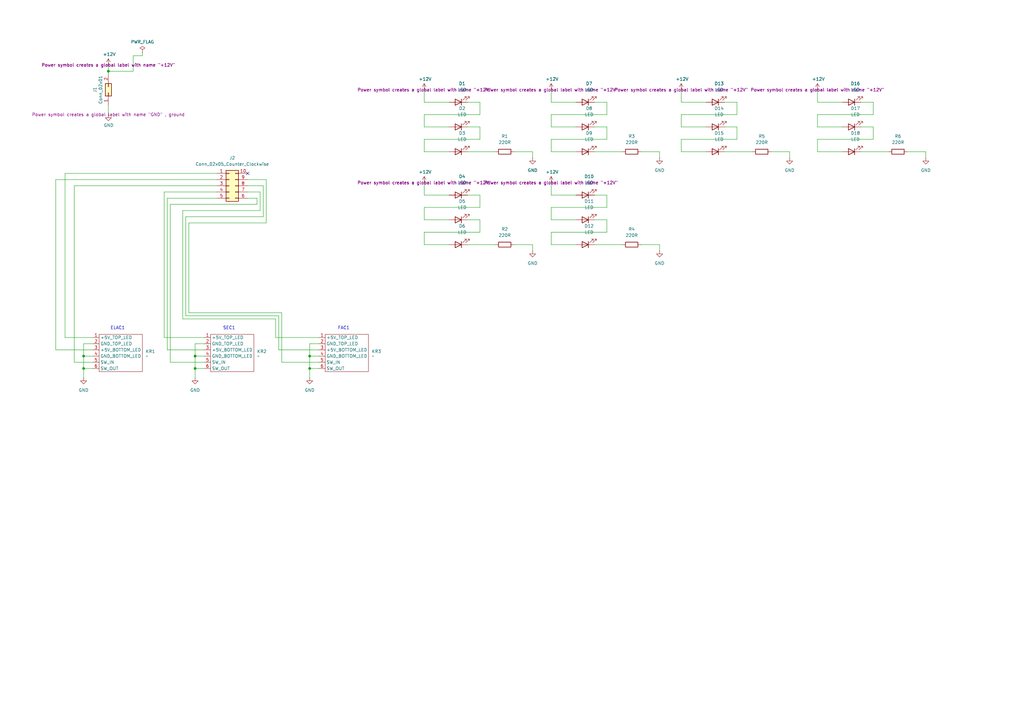
<source format=kicad_sch>
(kicad_sch (version 20250114) (generator "eeschema") (generator_version "9.0")
  (paper "A3")
  (lib_symbols
    (symbol "Connector_Generic:Conn_02x01" (pin_names (offset 1.016) (hide yes))
      (property "Reference" "J" (at 1.27 2.54 0))
      (property "Value" "Conn_02x01" (at 1.27 -2.54 0))
      (symbol "Conn_02x01_1_1"
        (rectangle (start -1.27 1.27) (end 3.81 -1.27) (stroke (width 0.254)) (fill (type background)))
        (rectangle (start -1.27 0.127) (end 0 -0.127) (stroke (width 0.1524)))
        (rectangle (start 3.81 0.127) (end 2.54 -0.127) (stroke (width 0.1524)))
        (pin passive line (at -5.08 0 0) (length 3.81) (name "Pin_1") (number "1"))
        (pin passive line (at 7.62 0 180) (length 3.81) (name "Pin_2") (number "2"))
      )
    )
    (symbol "Connector_Generic:Conn_02x05_Counter_Clockwise" (pin_names (offset 1.016) (hide yes))
      (property "Reference" "J" (at 1.27 7.62 0))
      (property "Value" "Conn_02x05_Counter_Clockwise" (at 1.27 -7.62 0))
      (symbol "Conn_02x05_Counter_Clockwise_1_1"
        (rectangle (start -1.27 6.35) (end 3.81 -6.35) (stroke (width 0.254)) (fill (type background)))
        (rectangle (start -1.27 5.207) (end 0 4.953) (stroke (width 0.1524)))
        (rectangle (start -1.27 2.667) (end 0 2.413) (stroke (width 0.1524)))
        (rectangle (start -1.27 0.127) (end 0 -0.127) (stroke (width 0.1524)))
        (rectangle (start -1.27 -2.413) (end 0 -2.667) (stroke (width 0.1524)))
        (rectangle (start -1.27 -4.953) (end 0 -5.207) (stroke (width 0.1524)))
        (rectangle (start 3.81 5.207) (end 2.54 4.953) (stroke (width 0.1524)))
        (rectangle (start 3.81 2.667) (end 2.54 2.413) (stroke (width 0.1524)))
        (rectangle (start 3.81 0.127) (end 2.54 -0.127) (stroke (width 0.1524)))
        (rectangle (start 3.81 -2.413) (end 2.54 -2.667) (stroke (width 0.1524)))
        (rectangle (start 3.81 -4.953) (end 2.54 -5.207) (stroke (width 0.1524)))
        (pin passive line (at -5.08 5.08 0) (length 3.81) (name "Pin_1") (number "1"))
        (pin passive line (at -5.08 2.54 0) (length 3.81) (name "Pin_2") (number "2"))
        (pin passive line (at -5.08 0 0) (length 3.81) (name "Pin_3") (number "3"))
        (pin passive line (at -5.08 -2.54 0) (length 3.81) (name "Pin_4") (number "4"))
        (pin passive line (at -5.08 -5.08 0) (length 3.81) (name "Pin_5") (number "5"))
        (pin passive line (at 7.62 5.08 180) (length 3.81) (name "Pin_10") (number "10"))
        (pin passive line (at 7.62 2.54 180) (length 3.81) (name "Pin_9") (number "9"))
        (pin passive line (at 7.62 0 180) (length 3.81) (name "Pin_8") (number "8"))
        (pin passive line (at 7.62 -2.54 180) (length 3.81) (name "Pin_7") (number "7"))
        (pin passive line (at 7.62 -5.08 180) (length 3.81) (name "Pin_6") (number "6"))
      )
    )
    (symbol "Device:LED" (pin_numbers (hide yes)) (pin_names (offset 1.016) (hide yes))
      (property "Reference" "D" (at 0 2.54 0))
      (property "Value" "LED" (at 0 -2.54 0))
      (symbol "LED_0_1"
        (polyline (pts (xy -3.048 -0.762) (xy -4.572 -2.286) (xy -3.81 -2.286) (xy -4.572 -2.286) (xy -4.572 -1.524)))
        (polyline (pts (xy -1.778 -0.762) (xy -3.302 -2.286) (xy -2.54 -2.286) (xy -3.302 -2.286) (xy -3.302 -1.524)))
        (polyline (pts (xy -1.27 0) (xy 1.27 0)))
        (polyline (pts (xy -1.27 -1.27) (xy -1.27 1.27)) (stroke (width 0.254)))
        (polyline (pts (xy 1.27 -1.27) (xy 1.27 1.27) (xy -1.27 0) (xy 1.27 -1.27)) (stroke (width 0.254)))
      )
      (symbol "LED_1_1"
        (pin passive line (at -3.81 0 0) (length 2.54) (name "K") (number "1"))
        (pin passive line (at 3.81 0 180) (length 2.54) (name "A") (number "2"))
      )
    )
    (symbol "Device:R" (pin_numbers (hide yes)) (pin_names (offset 0))
      (property "Reference" "R" (at 2.032 0 90))
      (property "Value" "R" (at 0 0 90))
      (symbol "R_0_1"
        (rectangle (start -1.016 -2.54) (end 1.016 2.54) (stroke (width 0.254)))
      )
      (symbol "R_1_1"
        (pin passive line (at 0 3.81 270) (length 1.27) (name "~") (number "1"))
        (pin passive line (at 0 -3.81 90) (length 1.27) (name "~") (number "2"))
      )
    )
    (symbol "KorrySwitch:Korry_Switch"
      (property "Reference" "KR" (at 12.7 -8.89 0))
      (symbol "Korry_Switch_0_1"
        (rectangle (start -7.62 -1.27) (end 10.16 -16.51))
      )
      (symbol "Korry_Switch_1_1"
        (pin input line (at -10.16 -2.54 0) (length 2.54) (name "+5V_TOP_LED") (number "1"))
        (pin input line (at -10.16 -5.08 0) (length 2.54) (name "GND_TOP_LED") (number "2"))
        (pin input line (at -10.16 -7.62 0) (length 2.54) (name "+5V_BOTTOM_LED") (number "3"))
        (pin input line (at -10.16 -10.16 0) (length 2.54) (name "GND_BOTTOM_LED") (number "4"))
        (pin input line (at -10.16 -12.7 0) (length 2.54) (name "SW_IN") (number "5"))
        (pin output line (at -10.16 -15.24 0) (length 2.54) (name "SW_OUT") (number "6"))
      )
    )
    (symbol "power:+12V" (power) (pin_numbers (hide yes)) (pin_names (offset 0) (hide yes))
      (property "Value" "+12V" (at 0 3.556 0))
      (symbol "+12V_0_1"
        (polyline (pts (xy -0.762 1.27) (xy 0 2.54)))
        (polyline (pts (xy 0 2.54) (xy 0.762 1.27)))
        (polyline (pts (xy 0 0) (xy 0 2.54)))
      )
      (symbol "+12V_1_1"
        (pin power_in line (at 0 0 90) (length 0) (name "~") (number "1"))
      )
    )
    (symbol "power:GND" (power) (pin_numbers (hide yes)) (pin_names (offset 0) (hide yes))
      (property "Value" "GND" (at 0 -3.81 0))
      (symbol "GND_0_1"
        (polyline (pts (xy 0 0) (xy 0 -1.27) (xy 1.27 -1.27) (xy 0 -2.54) (xy -1.27 -1.27) (xy 0 -1.27)))
      )
      (symbol "GND_1_1"
        (pin power_in line (at 0 0 270) (length 0) (name "~") (number "1"))
      )
    )
    (symbol "power:PWR_FLAG" (power) (pin_numbers (hide yes)) (pin_names (offset 0) (hide yes))
      (property "Value" "PWR_FLAG" (at 0 3.81 0))
      (symbol "PWR_FLAG_0_0"
        (pin power_out line (at 0 0 90) (length 0) (name "~") (number "1"))
      )
      (symbol "PWR_FLAG_0_1"
        (polyline (pts (xy 0 0) (xy 0 1.27) (xy -1.016 1.905) (xy 0 2.54) (xy 1.016 1.905) (xy 0 1.27)))
      )
    )
  )
  (text "SEC1" (at 93.98 134.62 0) (effects (font (size 1.27 1.27))))
  (text "ELAC1\n" (at 48.26 134.62 0) (effects (font (size 1.27 1.27))))
  (text "FAC1" (at 140.97 134.62 0) (effects (font (size 1.27 1.27))))
  (junction (at 34.29 146.05))
  (junction (at 127 146.05))
  (junction (at 34.29 151.13))
  (junction (at 80.01 146.05))
  (junction (at 44.45 29.21))
  (junction (at 80.01 151.13))
  (junction (at 127 151.13))
  (no_connect (at 101.6 71.12))
  (wire (pts (xy 68.58 143.51) (xy 68.58 81.28)))
  (wire (pts (xy 248.92 41.91) (xy 243.84 41.91)))
  (wire (pts (xy 191.77 62.23) (xy 203.2 62.23)))
  (wire (pts (xy 34.29 151.13) (xy 38.1 151.13)))
  (wire (pts (xy 248.92 57.15) (xy 248.92 52.07)))
  (wire (pts (xy 248.92 85.09) (xy 248.92 80.01)))
  (wire (pts (xy 243.84 62.23) (xy 255.27 62.23)))
  (wire (pts (xy 173.99 52.07) (xy 173.99 46.99)))
  (wire (pts (xy 34.29 140.97) (xy 38.1 140.97)))
  (wire (pts (xy 335.28 46.99) (xy 358.14 46.99)))
  (wire (pts (xy 109.22 73.66) (xy 101.6 73.66)))
  (wire (pts (xy 80.01 140.97) (xy 83.82 140.97)))
  (wire (pts (xy 302.26 52.07) (xy 297.18 52.07)))
  (wire (pts (xy 173.99 41.91) (xy 184.15 41.91)))
  (wire (pts (xy 196.85 85.09) (xy 196.85 80.01)))
  (wire (pts (xy 38.1 138.43) (xy 26.67 138.43)))
  (wire (pts (xy 196.85 46.99) (xy 196.85 41.91)))
  (wire (pts (xy 226.06 52.07) (xy 226.06 46.99)))
  (wire (pts (xy 236.22 100.33) (xy 226.06 100.33)))
  (wire (pts (xy 248.92 52.07) (xy 243.84 52.07)))
  (wire (pts (xy 74.93 86.36) (xy 106.68 86.36)))
  (wire (pts (xy 279.4 62.23) (xy 279.4 57.15)))
  (wire (pts (xy 68.58 81.28) (xy 88.9 81.28)))
  (wire (pts (xy 113.03 130.81) (xy 74.93 130.81)))
  (wire (pts (xy 196.85 57.15) (xy 196.85 52.07)))
  (wire (pts (xy 236.22 90.17) (xy 226.06 90.17)))
  (wire (pts (xy 77.47 128.27) (xy 77.47 91.44)))
  (wire (pts (xy 358.14 41.91) (xy 353.06 41.91)))
  (wire (pts (xy 130.81 148.59) (xy 115.57 148.59)))
  (wire (pts (xy 236.22 62.23) (xy 226.06 62.23)))
  (wire (pts (xy 297.18 62.23) (xy 308.61 62.23)))
  (wire (pts (xy 83.82 148.59) (xy 69.85 148.59)))
  (wire (pts (xy 226.06 80.01) (xy 236.22 80.01)))
  (wire (pts (xy 115.57 128.27) (xy 77.47 128.27)))
  (wire (pts (xy 270.51 62.23) (xy 270.51 64.77)))
  (wire (pts (xy 379.73 62.23) (xy 379.73 64.77)))
  (wire (pts (xy 69.85 83.82) (xy 105.41 83.82)))
  (wire (pts (xy 248.92 80.01) (xy 243.84 80.01)))
  (wire (pts (xy 302.26 46.99) (xy 302.26 41.91)))
  (wire (pts (xy 184.15 62.23) (xy 173.99 62.23)))
  (wire (pts (xy 173.99 62.23) (xy 173.99 57.15)))
  (wire (pts (xy 226.06 36.83) (xy 226.06 41.91)))
  (wire (pts (xy 279.4 41.91) (xy 289.56 41.91)))
  (wire (pts (xy 196.85 52.07) (xy 191.77 52.07)))
  (wire (pts (xy 80.01 151.13) (xy 80.01 146.05)))
  (wire (pts (xy 196.85 80.01) (xy 191.77 80.01)))
  (wire (pts (xy 80.01 146.05) (xy 83.82 146.05)))
  (wire (pts (xy 173.99 100.33) (xy 173.99 95.25)))
  (wire (pts (xy 226.06 62.23) (xy 226.06 57.15)))
  (wire (pts (xy 44.45 29.21) (xy 44.45 30.48)))
  (wire (pts (xy 173.99 90.17) (xy 173.99 85.09)))
  (wire (pts (xy 323.85 62.23) (xy 323.85 64.77)))
  (wire (pts (xy 127 146.05) (xy 127 140.97)))
  (wire (pts (xy 107.95 88.9) (xy 107.95 76.2)))
  (wire (pts (xy 109.22 91.44) (xy 109.22 73.66)))
  (wire (pts (xy 279.4 57.15) (xy 302.26 57.15)))
  (wire (pts (xy 372.11 62.23) (xy 379.73 62.23)))
  (wire (pts (xy 127 154.94) (xy 127 151.13)))
  (wire (pts (xy 226.06 41.91) (xy 236.22 41.91)))
  (wire (pts (xy 44.45 26.67) (xy 44.45 29.21)))
  (wire (pts (xy 196.85 95.25) (xy 196.85 90.17)))
  (wire (pts (xy 67.31 78.74) (xy 88.9 78.74)))
  (wire (pts (xy 184.15 90.17) (xy 173.99 90.17)))
  (wire (pts (xy 196.85 90.17) (xy 191.77 90.17)))
  (wire (pts (xy 173.99 95.25) (xy 196.85 95.25)))
  (wire (pts (xy 44.45 43.18) (xy 44.45 46.99)))
  (wire (pts (xy 302.26 57.15) (xy 302.26 52.07)))
  (wire (pts (xy 270.51 100.33) (xy 270.51 102.87)))
  (wire (pts (xy 316.23 62.23) (xy 323.85 62.23)))
  (wire (pts (xy 358.14 57.15) (xy 358.14 52.07)))
  (wire (pts (xy 345.44 52.07) (xy 335.28 52.07)))
  (wire (pts (xy 30.48 148.59) (xy 30.48 76.2)))
  (wire (pts (xy 226.06 85.09) (xy 248.92 85.09)))
  (wire (pts (xy 262.89 100.33) (xy 270.51 100.33)))
  (wire (pts (xy 345.44 62.23) (xy 335.28 62.23)))
  (wire (pts (xy 218.44 100.33) (xy 218.44 102.87)))
  (wire (pts (xy 335.28 36.83) (xy 335.28 41.91)))
  (wire (pts (xy 226.06 95.25) (xy 248.92 95.25)))
  (wire (pts (xy 80.01 151.13) (xy 83.82 151.13)))
  (wire (pts (xy 113.03 138.43) (xy 113.03 130.81)))
  (wire (pts (xy 34.29 146.05) (xy 34.29 140.97)))
  (wire (pts (xy 58.42 22.86) (xy 58.42 21.59)))
  (wire (pts (xy 69.85 148.59) (xy 69.85 83.82)))
  (wire (pts (xy 173.99 36.83) (xy 173.99 41.91)))
  (wire (pts (xy 38.1 148.59) (xy 30.48 148.59)))
  (wire (pts (xy 80.01 146.05) (xy 80.01 140.97)))
  (wire (pts (xy 184.15 100.33) (xy 173.99 100.33)))
  (wire (pts (xy 77.47 91.44) (xy 109.22 91.44)))
  (wire (pts (xy 173.99 74.93) (xy 173.99 80.01)))
  (wire (pts (xy 289.56 62.23) (xy 279.4 62.23)))
  (wire (pts (xy 127 151.13) (xy 130.81 151.13)))
  (wire (pts (xy 191.77 100.33) (xy 203.2 100.33)))
  (wire (pts (xy 127 146.05) (xy 130.81 146.05)))
  (wire (pts (xy 302.26 41.91) (xy 297.18 41.91)))
  (wire (pts (xy 114.3 129.54) (xy 114.3 143.51)))
  (wire (pts (xy 210.82 62.23) (xy 218.44 62.23)))
  (wire (pts (xy 22.86 143.51) (xy 22.86 73.66)))
  (wire (pts (xy 83.82 138.43) (xy 67.31 138.43)))
  (wire (pts (xy 22.86 73.66) (xy 88.9 73.66)))
  (wire (pts (xy 30.48 76.2) (xy 88.9 76.2)))
  (wire (pts (xy 34.29 151.13) (xy 34.29 146.05)))
  (wire (pts (xy 106.68 78.74) (xy 101.6 78.74)))
  (wire (pts (xy 76.2 88.9) (xy 107.95 88.9)))
  (wire (pts (xy 210.82 100.33) (xy 218.44 100.33)))
  (wire (pts (xy 105.41 81.28) (xy 101.6 81.28)))
  (wire (pts (xy 173.99 57.15) (xy 196.85 57.15)))
  (wire (pts (xy 107.95 76.2) (xy 101.6 76.2)))
  (wire (pts (xy 44.45 29.21) (xy 54.61 29.21)))
  (wire (pts (xy 83.82 143.51) (xy 68.58 143.51)))
  (wire (pts (xy 279.4 36.83) (xy 279.4 41.91)))
  (wire (pts (xy 67.31 138.43) (xy 67.31 78.74)))
  (wire (pts (xy 226.06 46.99) (xy 248.92 46.99)))
  (wire (pts (xy 34.29 154.94) (xy 34.29 151.13)))
  (wire (pts (xy 74.93 130.81) (xy 74.93 86.36)))
  (wire (pts (xy 226.06 74.93) (xy 226.06 80.01)))
  (wire (pts (xy 173.99 46.99) (xy 196.85 46.99)))
  (wire (pts (xy 248.92 95.25) (xy 248.92 90.17)))
  (wire (pts (xy 173.99 85.09) (xy 196.85 85.09)))
  (wire (pts (xy 335.28 62.23) (xy 335.28 57.15)))
  (wire (pts (xy 114.3 143.51) (xy 130.81 143.51)))
  (wire (pts (xy 226.06 57.15) (xy 248.92 57.15)))
  (wire (pts (xy 279.4 52.07) (xy 279.4 46.99)))
  (wire (pts (xy 34.29 146.05) (xy 38.1 146.05)))
  (wire (pts (xy 243.84 100.33) (xy 255.27 100.33)))
  (wire (pts (xy 54.61 22.86) (xy 58.42 22.86)))
  (wire (pts (xy 226.06 90.17) (xy 226.06 85.09)))
  (wire (pts (xy 80.01 154.94) (xy 80.01 151.13)))
  (wire (pts (xy 335.28 57.15) (xy 358.14 57.15)))
  (wire (pts (xy 76.2 129.54) (xy 114.3 129.54)))
  (wire (pts (xy 218.44 62.23) (xy 218.44 64.77)))
  (wire (pts (xy 127 151.13) (xy 127 146.05)))
  (wire (pts (xy 127 140.97) (xy 130.81 140.97)))
  (wire (pts (xy 184.15 52.07) (xy 173.99 52.07)))
  (wire (pts (xy 248.92 90.17) (xy 243.84 90.17)))
  (wire (pts (xy 106.68 86.36) (xy 106.68 78.74)))
  (wire (pts (xy 248.92 46.99) (xy 248.92 41.91)))
  (wire (pts (xy 236.22 52.07) (xy 226.06 52.07)))
  (wire (pts (xy 335.28 52.07) (xy 335.28 46.99)))
  (wire (pts (xy 105.41 83.82) (xy 105.41 81.28)))
  (wire (pts (xy 279.4 46.99) (xy 302.26 46.99)))
  (wire (pts (xy 358.14 52.07) (xy 353.06 52.07)))
  (wire (pts (xy 173.99 80.01) (xy 184.15 80.01)))
  (wire (pts (xy 26.67 71.12) (xy 88.9 71.12)))
  (wire (pts (xy 262.89 62.23) (xy 270.51 62.23)))
  (wire (pts (xy 196.85 41.91) (xy 191.77 41.91)))
  (wire (pts (xy 130.81 138.43) (xy 113.03 138.43)))
  (wire (pts (xy 38.1 143.51) (xy 22.86 143.51)))
  (wire (pts (xy 26.67 138.43) (xy 26.67 71.12)))
  (wire (pts (xy 335.28 41.91) (xy 345.44 41.91)))
  (wire (pts (xy 353.06 62.23) (xy 364.49 62.23)))
  (wire (pts (xy 76.2 88.9) (xy 76.2 129.54)))
  (wire (pts (xy 115.57 148.59) (xy 115.57 128.27)))
  (wire (pts (xy 358.14 46.99) (xy 358.14 41.91)))
  (wire (pts (xy 54.61 29.21) (xy 54.61 22.86)))
  (wire (pts (xy 289.56 52.07) (xy 279.4 52.07)))
  (wire (pts (xy 226.06 100.33) (xy 226.06 95.25)))
  (symbol (lib_id "Connector_Generic:Conn_02x01") (at 44.45 38.1 90) (unit 1)
    (property "Reference" "J1" (at 38.9382 36.83 0))
    (property "Value" "Conn_02x01" (at 41.2496 36.83 0))
    (property "Footprint" "TerminalBlock:TerminalBlock_bornier-2_P5.08mm" (effects (hide yes)))
    (property "Description" "Generic connector, double row, 02x01, this symbol is compatible with counter-clockwise, top-bottom and odd-even numbering schemes., script generated (kicad-library-utils/schlib/autogen/connector/)" (effects (hide yes)))
  )
  (symbol (lib_id "power:GND") (at 44.45 46.99 0) (unit 1)
    (property "Reference" "#PWR03" (effects (hide yes)))
    (property "Value" "GND" (at 44.577 51.3842 0))
    (property "Description" "Power symbol creates a global label with name \"GND\" , ground" (at 44.45 46.99 0))
  )
  (symbol (lib_id "power:+12V") (at 44.45 26.67 0) (unit 1)
    (property "Reference" "#PWR02" (effects (hide yes)))
    (property "Value" "+12V" (at 44.831 22.2758 0))
    (property "Description" "Power symbol creates a global label with name \"+12V\"" (at 44.45 26.67 0))
  )
  (symbol (lib_id "power:PWR_FLAG") (at 58.42 21.59 0) (unit 1)
    (property "Reference" "#FLG01" (effects (hide yes)))
    (property "Value" "PWR_FLAG" (at 58.42 17.1958 0))
  )
  (symbol (lib_id "power:+12V") (at 226.06 36.83 0) (unit 1)
    (property "Reference" "#PWR010" (effects (hide yes)))
    (property "Value" "+12V" (at 226.441 32.4358 0))
    (property "Description" "Power symbol creates a global label with name \"+12V\"" (at 226.06 36.83 0))
  )
  (symbol (lib_id "Device:LED") (at 187.96 90.17 180) (unit 1)
    (property "Reference" "D5" (at 189.5475 82.55 0))
    (property "Value" "LED" (at 189.5475 85.09 0))
    (property "Footprint" "LED_THT:LED_D5.0mm_Clear" (effects (hide yes)))
    (property "Description" "Light emitting diode" (effects (hide yes)))
    (property "Sim.Pins" "1=K 2=A" (effects (hide yes)))
  )
  (symbol (lib_id "Device:LED") (at 349.25 62.23 180) (unit 1)
    (property "Reference" "D18" (at 350.8375 54.61 0))
    (property "Value" "LED" (at 350.8375 57.15 0))
    (property "Footprint" "LED_THT:LED_D5.0mm_Clear" (effects (hide yes)))
    (property "Description" "Light emitting diode" (effects (hide yes)))
    (property "Sim.Pins" "1=K 2=A" (effects (hide yes)))
  )
  (symbol (lib_id "Device:LED") (at 187.96 100.33 180) (unit 1)
    (property "Reference" "D6" (at 189.5475 92.71 0))
    (property "Value" "LED" (at 189.5475 95.25 0))
    (property "Footprint" "LED_THT:LED_D5.0mm_Clear" (effects (hide yes)))
    (property "Description" "Light emitting diode" (effects (hide yes)))
    (property "Sim.Pins" "1=K 2=A" (effects (hide yes)))
  )
  (symbol (lib_id "Device:LED") (at 293.37 52.07 180) (unit 1)
    (property "Reference" "D14" (at 294.9575 44.45 0))
    (property "Value" "LED" (at 294.9575 46.99 0))
    (property "Footprint" "LED_THT:LED_D5.0mm_Clear" (effects (hide yes)))
    (property "Description" "Light emitting diode" (effects (hide yes)))
    (property "Sim.Pins" "1=K 2=A" (effects (hide yes)))
  )
  (symbol (lib_id "Device:R") (at 207.01 62.23 90) (unit 1)
    (property "Reference" "R1" (at 207.01 55.88 90))
    (property "Value" "220R" (at 207.01 58.42 90))
    (property "Footprint" "Resistor_SMD:R_1206_3216Metric_Pad1.30x1.75mm_HandSolder" (effects (hide yes)))
    (property "Description" "Resistor" (effects (hide yes)))
  )
  (symbol (lib_id "Device:LED") (at 349.25 52.07 180) (unit 1)
    (property "Reference" "D17" (at 350.8375 44.45 0))
    (property "Value" "LED" (at 350.8375 46.99 0))
    (property "Footprint" "LED_THT:LED_D5.0mm_Clear" (effects (hide yes)))
    (property "Description" "Light emitting diode" (effects (hide yes)))
    (property "Sim.Pins" "1=K 2=A" (effects (hide yes)))
  )
  (symbol (lib_id "power:+12V") (at 335.28 36.83 0) (unit 1)
    (property "Reference" "#PWR016" (effects (hide yes)))
    (property "Value" "+12V" (at 335.661 32.4358 0))
    (property "Description" "Power symbol creates a global label with name \"+12V\"" (at 335.28 36.83 0))
  )
  (symbol (lib_id "power:GND") (at 127 154.94 0) (unit 1)
    (property "Reference" "#PWR05" (effects (hide yes)))
    (property "Value" "GND" (at 127 160.02 0))
    (property "Description" "Power symbol creates a global label with name \"GND\" , ground" (effects (hide yes)))
  )
  (symbol (lib_id "Device:LED") (at 293.37 62.23 180) (unit 1)
    (property "Reference" "D15" (at 294.9575 54.61 0))
    (property "Value" "LED" (at 294.9575 57.15 0))
    (property "Footprint" "LED_THT:LED_D5.0mm_Clear" (effects (hide yes)))
    (property "Description" "Light emitting diode" (effects (hide yes)))
    (property "Sim.Pins" "1=K 2=A" (effects (hide yes)))
  )
  (symbol (lib_id "Device:LED") (at 240.03 41.91 180) (unit 1)
    (property "Reference" "D7" (at 241.6175 34.29 0))
    (property "Value" "LED" (at 241.6175 36.83 0))
    (property "Footprint" "LED_THT:LED_D5.0mm_Clear" (effects (hide yes)))
    (property "Description" "Light emitting diode" (effects (hide yes)))
    (property "Sim.Pins" "1=K 2=A" (effects (hide yes)))
  )
  (symbol (lib_id "power:GND") (at 218.44 102.87 0) (unit 1)
    (property "Reference" "#PWR09" (effects (hide yes)))
    (property "Value" "GND" (at 218.44 107.95 0))
    (property "Description" "Power symbol creates a global label with name \"GND\" , ground" (effects (hide yes)))
  )
  (symbol (lib_id "Device:R") (at 368.3 62.23 90) (unit 1)
    (property "Reference" "R6" (at 368.3 55.88 90))
    (property "Value" "220R" (at 368.3 58.42 90))
    (property "Footprint" "Resistor_SMD:R_1206_3216Metric_Pad1.30x1.75mm_HandSolder" (effects (hide yes)))
    (property "Description" "Resistor" (effects (hide yes)))
  )
  (symbol (lib_id "power:+12V") (at 279.4 36.83 0) (unit 1)
    (property "Reference" "#PWR014" (effects (hide yes)))
    (property "Value" "+12V" (at 279.781 32.4358 0))
    (property "Description" "Power symbol creates a global label with name \"+12V\"" (at 279.4 36.83 0))
  )
  (symbol (lib_id "Connector_Generic:Conn_02x05_Counter_Clockwise") (at 93.98 76.2 0) (unit 1)
    (property "Reference" "J2" (at 95.25 64.77 0))
    (property "Value" "Conn_02x05_Counter_Clockwise" (at 95.25 67.31 0))
    (property "Footprint" "Connector_PinHeader_2.54mm:PinHeader_2x05_P2.54mm_Vertical" (effects (hide yes)))
    (property "Description" "Generic connector, double row, 02x05, counter clockwise pin numbering scheme (similar to DIP package numbering), script generated (kicad-library-utils/schlib/autogen/connector/)" (effects (hide yes)))
  )
  (symbol (lib_id "Device:R") (at 207.01 100.33 90) (unit 1)
    (property "Reference" "R2" (at 207.01 93.98 90))
    (property "Value" "220R" (at 207.01 96.52 90))
    (property "Footprint" "Resistor_SMD:R_1206_3216Metric_Pad1.30x1.75mm_HandSolder" (effects (hide yes)))
    (property "Description" "Resistor" (effects (hide yes)))
  )
  (symbol (lib_id "power:+12V") (at 226.06 74.93 0) (unit 1)
    (property "Reference" "#PWR011" (effects (hide yes)))
    (property "Value" "+12V" (at 226.441 70.5358 0))
    (property "Description" "Power symbol creates a global label with name \"+12V\"" (at 226.06 74.93 0))
  )
  (symbol (lib_id "power:+12V") (at 173.99 36.83 0) (unit 1)
    (property "Reference" "#PWR06" (effects (hide yes)))
    (property "Value" "+12V" (at 174.371 32.4358 0))
    (property "Description" "Power symbol creates a global label with name \"+12V\"" (at 173.99 36.83 0))
  )
  (symbol (lib_id "Device:LED") (at 240.03 62.23 180) (unit 1)
    (property "Reference" "D9" (at 241.6175 54.61 0))
    (property "Value" "LED" (at 241.6175 57.15 0))
    (property "Footprint" "LED_THT:LED_D5.0mm_Clear" (effects (hide yes)))
    (property "Description" "Light emitting diode" (effects (hide yes)))
    (property "Sim.Pins" "1=K 2=A" (effects (hide yes)))
  )
  (symbol (lib_id "power:GND") (at 218.44 64.77 0) (unit 1)
    (property "Reference" "#PWR08" (effects (hide yes)))
    (property "Value" "GND" (at 218.44 69.85 0))
    (property "Description" "Power symbol creates a global label with name \"GND\" , ground" (effects (hide yes)))
  )
  (symbol (lib_id "power:GND") (at 80.01 154.94 0) (unit 1)
    (property "Reference" "#PWR04" (effects (hide yes)))
    (property "Value" "GND" (at 80.01 160.02 0))
    (property "Description" "Power symbol creates a global label with name \"GND\" , ground" (effects (hide yes)))
  )
  (symbol (lib_id "Device:R") (at 312.42 62.23 90) (unit 1)
    (property "Reference" "R5" (at 312.42 55.88 90))
    (property "Value" "220R" (at 312.42 58.42 90))
    (property "Footprint" "Resistor_SMD:R_1206_3216Metric_Pad1.30x1.75mm_HandSolder" (effects (hide yes)))
    (property "Description" "Resistor" (effects (hide yes)))
  )
  (symbol (lib_id "power:+12V") (at 173.99 74.93 0) (unit 1)
    (property "Reference" "#PWR07" (effects (hide yes)))
    (property "Value" "+12V" (at 174.371 70.5358 0))
    (property "Description" "Power symbol creates a global label with name \"+12V\"" (at 173.99 74.93 0))
  )
  (symbol (lib_id "Device:LED") (at 349.25 41.91 180) (unit 1)
    (property "Reference" "D16" (at 350.8375 34.29 0))
    (property "Value" "LED" (at 350.8375 36.83 0))
    (property "Footprint" "LED_THT:LED_D5.0mm_Clear" (effects (hide yes)))
    (property "Description" "Light emitting diode" (effects (hide yes)))
    (property "Sim.Pins" "1=K 2=A" (effects (hide yes)))
  )
  (symbol (lib_id "power:GND") (at 34.29 154.94 0) (unit 1)
    (property "Reference" "#PWR01" (effects (hide yes)))
    (property "Value" "GND" (at 34.29 160.02 0))
    (property "Description" "Power symbol creates a global label with name \"GND\" , ground" (effects (hide yes)))
  )
  (symbol (lib_id "Device:LED") (at 293.37 41.91 180) (unit 1)
    (property "Reference" "D13" (at 294.9575 34.29 0))
    (property "Value" "LED" (at 294.9575 36.83 0))
    (property "Footprint" "LED_THT:LED_D5.0mm_Clear" (effects (hide yes)))
    (property "Description" "Light emitting diode" (effects (hide yes)))
    (property "Sim.Pins" "1=K 2=A" (effects (hide yes)))
  )
  (symbol (lib_id "Device:R") (at 259.08 100.33 90) (unit 1)
    (property "Reference" "R4" (at 259.08 93.98 90))
    (property "Value" "220R" (at 259.08 96.52 90))
    (property "Footprint" "Resistor_SMD:R_1206_3216Metric_Pad1.30x1.75mm_HandSolder" (effects (hide yes)))
    (property "Description" "Resistor" (effects (hide yes)))
  )
  (symbol (lib_id "Device:LED") (at 187.96 41.91 180) (unit 1)
    (property "Reference" "D1" (at 189.5475 34.29 0))
    (property "Value" "LED" (at 189.5475 36.83 0))
    (property "Footprint" "LED_THT:LED_D5.0mm_Clear" (effects (hide yes)))
    (property "Description" "Light emitting diode" (effects (hide yes)))
    (property "Sim.Pins" "1=K 2=A" (effects (hide yes)))
  )
  (symbol (lib_id "Device:LED") (at 187.96 52.07 180) (unit 1)
    (property "Reference" "D2" (at 189.5475 44.45 0))
    (property "Value" "LED" (at 189.5475 46.99 0))
    (property "Footprint" "LED_THT:LED_D5.0mm_Clear" (effects (hide yes)))
    (property "Description" "Light emitting diode" (effects (hide yes)))
    (property "Sim.Pins" "1=K 2=A" (effects (hide yes)))
  )
  (symbol (lib_id "KorrySwitch:Korry_Switch") (at 93.98 135.89 0) (unit 1)
    (property "Reference" "KR2" (at 105.41 144.1449 0) (effects (justify left)))
    (property "Value" "~" (at 105.41 146.05 0) (effects (justify left)))
    (property "Footprint" "OpenA3XX:Korry Switch" (effects (hide yes)))
  )
  (symbol (lib_id "Device:LED") (at 187.96 80.01 180) (unit 1)
    (property "Reference" "D4" (at 189.5475 72.39 0))
    (property "Value" "LED" (at 189.5475 74.93 0))
    (property "Footprint" "LED_THT:LED_D5.0mm_Clear" (effects (hide yes)))
    (property "Description" "Light emitting diode" (effects (hide yes)))
    (property "Sim.Pins" "1=K 2=A" (effects (hide yes)))
  )
  (symbol (lib_id "Device:LED") (at 240.03 90.17 180) (unit 1)
    (property "Reference" "D11" (at 241.6175 82.55 0))
    (property "Value" "LED" (at 241.6175 85.09 0))
    (property "Footprint" "LED_THT:LED_D5.0mm_Clear" (effects (hide yes)))
    (property "Description" "Light emitting diode" (effects (hide yes)))
    (property "Sim.Pins" "1=K 2=A" (effects (hide yes)))
  )
  (symbol (lib_id "Device:LED") (at 240.03 100.33 180) (unit 1)
    (property "Reference" "D12" (at 241.6175 92.71 0))
    (property "Value" "LED" (at 241.6175 95.25 0))
    (property "Footprint" "LED_THT:LED_D5.0mm_Clear" (effects (hide yes)))
    (property "Description" "Light emitting diode" (effects (hide yes)))
    (property "Sim.Pins" "1=K 2=A" (effects (hide yes)))
  )
  (symbol (lib_id "Device:LED") (at 240.03 80.01 180) (unit 1)
    (property "Reference" "D10" (at 241.6175 72.39 0))
    (property "Value" "LED" (at 241.6175 74.93 0))
    (property "Footprint" "LED_THT:LED_D5.0mm_Clear" (effects (hide yes)))
    (property "Description" "Light emitting diode" (effects (hide yes)))
    (property "Sim.Pins" "1=K 2=A" (effects (hide yes)))
  )
  (symbol (lib_id "power:GND") (at 270.51 102.87 0) (unit 1)
    (property "Reference" "#PWR013" (effects (hide yes)))
    (property "Value" "GND" (at 270.51 107.95 0))
    (property "Description" "Power symbol creates a global label with name \"GND\" , ground" (effects (hide yes)))
  )
  (symbol (lib_id "power:GND") (at 270.51 64.77 0) (unit 1)
    (property "Reference" "#PWR012" (effects (hide yes)))
    (property "Value" "GND" (at 270.51 69.85 0))
    (property "Description" "Power symbol creates a global label with name \"GND\" , ground" (effects (hide yes)))
  )
  (symbol (lib_id "power:GND") (at 379.73 64.77 0) (unit 1)
    (property "Reference" "#PWR017" (effects (hide yes)))
    (property "Value" "GND" (at 379.73 69.85 0))
    (property "Description" "Power symbol creates a global label with name \"GND\" , ground" (effects (hide yes)))
  )
  (symbol (lib_id "KorrySwitch:Korry_Switch") (at 48.26 135.89 0) (unit 1)
    (property "Reference" "KR1" (at 59.69 144.1449 0) (effects (justify left)))
    (property "Value" "~" (at 59.69 146.05 0) (effects (justify left)))
    (property "Footprint" "OpenA3XX:Korry Switch" (effects (hide yes)))
  )
  (symbol (lib_id "Device:R") (at 259.08 62.23 90) (unit 1)
    (property "Reference" "R3" (at 259.08 55.88 90))
    (property "Value" "220R" (at 259.08 58.42 90))
    (property "Footprint" "Resistor_SMD:R_1206_3216Metric_Pad1.30x1.75mm_HandSolder" (effects (hide yes)))
    (property "Description" "Resistor" (effects (hide yes)))
  )
  (symbol (lib_id "KorrySwitch:Korry_Switch") (at 140.97 135.89 0) (unit 1)
    (property "Reference" "KR3" (at 152.4 144.1449 0) (effects (justify left)))
    (property "Value" "~" (at 152.4 146.05 0) (effects (justify left)))
    (property "Footprint" "OpenA3XX:Korry Switch" (effects (hide yes)))
  )
  (symbol (lib_id "Device:LED") (at 187.96 62.23 180) (unit 1)
    (property "Reference" "D3" (at 189.5475 54.61 0))
    (property "Value" "LED" (at 189.5475 57.15 0))
    (property "Footprint" "LED_THT:LED_D5.0mm_Clear" (effects (hide yes)))
    (property "Description" "Light emitting diode" (effects (hide yes)))
    (property "Sim.Pins" "1=K 2=A" (effects (hide yes)))
  )
  (symbol (lib_id "power:GND") (at 323.85 64.77 0) (unit 1)
    (property "Reference" "#PWR015" (effects (hide yes)))
    (property "Value" "GND" (at 323.85 69.85 0))
    (property "Description" "Power symbol creates a global label with name \"GND\" , ground" (effects (hide yes)))
  )
  (symbol (lib_id "Device:LED") (at 240.03 52.07 180) (unit 1)
    (property "Reference" "D8" (at 241.6175 44.45 0))
    (property "Value" "LED" (at 241.6175 46.99 0))
    (property "Footprint" "LED_THT:LED_D5.0mm_Clear" (effects (hide yes)))
    (property "Description" "Light emitting diode" (effects (hide yes)))
    (property "Sim.Pins" "1=K 2=A" (effects (hide yes)))
  )
)
</source>
